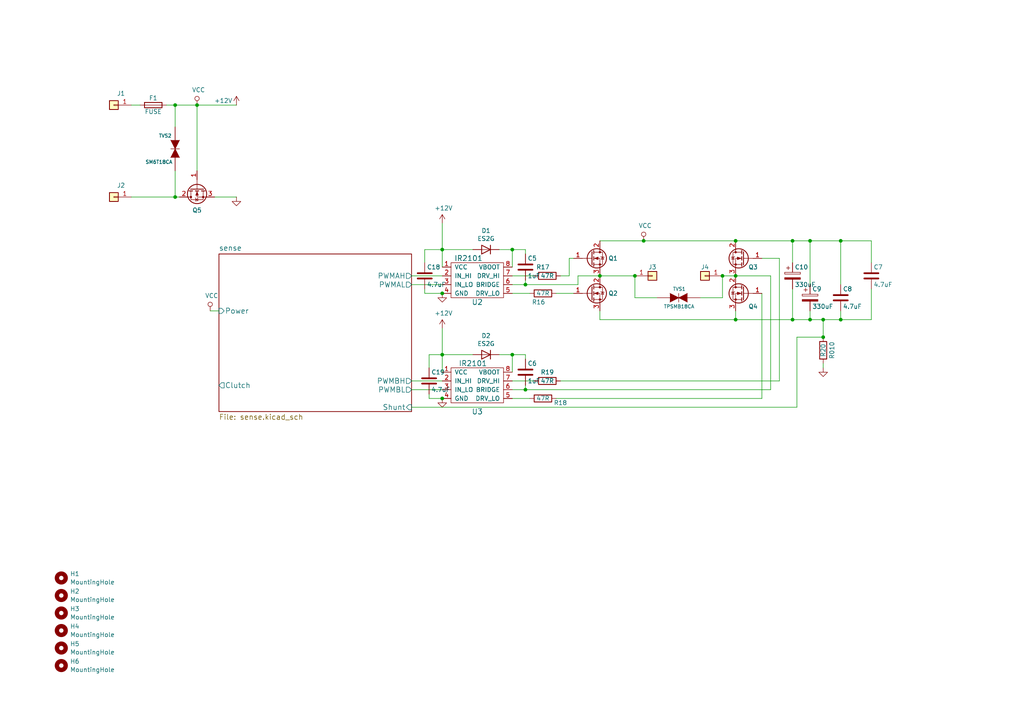
<source format=kicad_sch>
(kicad_sch (version 20231120) (generator "eeschema") (generator_version "8.0")
  (paper "A4")
  (title_block (date "29 nov 2017"))
  (lib_symbols
    (symbol "Connector_Generic:Conn_01x01" (pin_names (offset 1.016) hide)
      (property "Reference" "J" (at 0 2.54 0))
      (property "Value" "Conn_01x01" (at 0 -2.54 0))
      (symbol "Conn_01x01_1_1"
        (rectangle (start -1.27 0.127) (end 0 -0.127) (stroke (width 0.1524)))
        (rectangle (start -1.27 1.27) (end 1.27 -1.27) (stroke (width 0.254)) (fill (type background)))
        (pin passive line (at -5.08 0 0) (length 3.81) (name "Pin_1") (number "1"))
      )
    )
    (symbol "Device:C" (pin_numbers hide) (pin_names (offset 0.254))
      (property "Reference" "C" (at 0.635 2.54 0))
      (property "Value" "C" (at 0.635 -2.54 0))
      (symbol "C_0_1"
        (polyline (pts (xy -2.032 -0.762) (xy 2.032 -0.762)) (stroke (width 0.508)))
        (polyline (pts (xy -2.032 0.762) (xy 2.032 0.762)) (stroke (width 0.508)))
      )
      (symbol "C_1_1"
        (pin passive line (at 0 3.81 270) (length 2.794) (name "~") (number "1"))
        (pin passive line (at 0 -3.81 90) (length 2.794) (name "~") (number "2"))
      )
    )
    (symbol "Device:C_Polarized" (pin_numbers hide) (pin_names (offset 0.254))
      (property "Reference" "C" (at 0.635 2.54 0))
      (property "Value" "C_Polarized" (at 0.635 -2.54 0))
      (symbol "C_Polarized_0_1"
        (rectangle (start -2.286 0.508) (end 2.286 1.016))
        (polyline (pts (xy -1.778 2.286) (xy -0.762 2.286)))
        (polyline (pts (xy -1.27 2.794) (xy -1.27 1.778)))
        (rectangle (start 2.286 -0.508) (end -2.286 -1.016) (fill (type outline)))
      )
      (symbol "C_Polarized_1_1"
        (pin passive line (at 0 3.81 270) (length 2.794) (name "~") (number "1"))
        (pin passive line (at 0 -3.81 90) (length 2.794) (name "~") (number "2"))
      )
    )
    (symbol "Device:Fuse" (pin_numbers hide) (pin_names (offset 0))
      (property "Reference" "F" (at 2.032 0 90))
      (property "Value" "Fuse" (at -1.905 0 90))
      (symbol "Fuse_0_1"
        (rectangle (start -0.762 -2.54) (end 0.762 2.54) (stroke (width 0.254)))
        (polyline (pts (xy 0 2.54) (xy 0 -2.54)))
      )
      (symbol "Fuse_1_1"
        (pin passive line (at 0 3.81 270) (length 1.27) (name "~") (number "1"))
        (pin passive line (at 0 -3.81 90) (length 1.27) (name "~") (number "2"))
      )
    )
    (symbol "Device:Q_NMOS_GDS" (pin_names (offset 0) hide)
      (property "Reference" "Q" (at 5.08 1.27 0))
      (property "Value" "Q_NMOS_GDS" (at 5.08 -1.27 0))
      (symbol "Q_NMOS_GDS_0_1"
        (polyline (pts (xy 0.254 0) (xy -2.54 0)))
        (polyline (pts (xy 0.254 1.905) (xy 0.254 -1.905)) (stroke (width 0.254)))
        (polyline (pts (xy 0.762 -1.27) (xy 0.762 -2.286)) (stroke (width 0.254)))
        (polyline (pts (xy 0.762 0.508) (xy 0.762 -0.508)) (stroke (width 0.254)))
        (polyline (pts (xy 0.762 2.286) (xy 0.762 1.27)) (stroke (width 0.254)))
        (polyline (pts (xy 2.54 2.54) (xy 2.54 1.778)))
        (polyline (pts (xy 2.54 -2.54) (xy 2.54 0) (xy 0.762 0)))
        (polyline (pts (xy 0.762 -1.778) (xy 3.302 -1.778) (xy 3.302 1.778) (xy 0.762 1.778)))
        (polyline (pts (xy 1.016 0) (xy 2.032 0.381) (xy 2.032 -0.381) (xy 1.016 0)) (fill (type outline)))
        (polyline (pts (xy 2.794 0.508) (xy 2.921 0.381) (xy 3.683 0.381) (xy 3.81 0.254)))
        (polyline (pts (xy 3.302 0.381) (xy 2.921 -0.254) (xy 3.683 -0.254) (xy 3.302 0.381)))
        (circle (center 1.651 0) (radius 2.794) (stroke (width 0.254)))
        (circle (center 2.54 -1.778) (radius 0.254) (fill (type outline)))
        (circle (center 2.54 1.778) (radius 0.254) (fill (type outline)))
      )
      (symbol "Q_NMOS_GDS_1_1"
        (pin input line (at -5.08 0 0) (length 2.54) (name "G") (number "1"))
        (pin passive line (at 2.54 5.08 270) (length 2.54) (name "D") (number "2"))
        (pin passive line (at 2.54 -5.08 90) (length 2.54) (name "S") (number "3"))
      )
    )
    (symbol "Device:R" (pin_numbers hide) (pin_names (offset 0))
      (property "Reference" "R" (at 2.032 0 90))
      (property "Value" "R" (at 0 0 90))
      (symbol "R_0_1"
        (rectangle (start -1.016 -2.54) (end 1.016 2.54) (stroke (width 0.254)))
      )
      (symbol "R_1_1"
        (pin passive line (at 0 3.81 270) (length 1.27) (name "~") (number "1"))
        (pin passive line (at 0 -3.81 90) (length 1.27) (name "~") (number "2"))
      )
    )
    (symbol "Mechanical:MountingHole" (pin_names (offset 1.016)) (exclude_from_sim yes) (in_bom no)
      (property "Reference" "H" (at 0 5.08 0))
      (property "Value" "MountingHole" (at 0 3.175 0))
      (symbol "MountingHole_0_1"
        (circle (center 0 0) (radius 1.27) (stroke (width 1.27)))
      )
    )
    (symbol "power:+12V" (power) (pin_numbers hide) (pin_names (offset 0) hide)
      (property "Value" "+12V" (at 0 3.556 0))
      (symbol "+12V_0_1"
        (polyline (pts (xy -0.762 1.27) (xy 0 2.54)))
        (polyline (pts (xy 0 0) (xy 0 2.54)))
        (polyline (pts (xy 0 2.54) (xy 0.762 1.27)))
      )
      (symbol "+12V_1_1"
        (pin power_in line (at 0 0 90) (length 0) (name "~") (number "1"))
      )
    )
    (symbol "power:GND" (power) (pin_numbers hide) (pin_names (offset 0) hide)
      (property "Value" "GND" (at 0 -3.81 0))
      (symbol "GND_0_1"
        (polyline (pts (xy 0 0) (xy 0 -1.27) (xy 1.27 -1.27) (xy 0 -2.54) (xy -1.27 -1.27) (xy 0 -1.27)))
      )
      (symbol "GND_1_1"
        (pin power_in line (at 0 0 270) (length 0) (name "~") (number "1"))
      )
    )
    (symbol "pypilot_components:ES2G" (pin_numbers hide) (pin_names hide)
      (property "Reference" "D" (at 0 2.54 0))
      (property "Value" "ES2G" (at 0 -2.54 0))
      (symbol "ES2G_0_1"
        (polyline (pts (xy -1.27 1.27) (xy -1.27 -1.27)) (stroke (width 0.254)))
        (polyline (pts (xy 1.27 0) (xy -1.27 0)))
        (polyline (pts (xy 1.27 1.27) (xy 1.27 -1.27) (xy -1.27 0) (xy 1.27 1.27)) (stroke (width 0.254)))
      )
      (symbol "ES2G_1_1"
        (pin passive line (at -3.81 0 0) (length 2.54) (name "K") (number "1"))
        (pin passive line (at 3.81 0 180) (length 2.54) (name "A") (number "2"))
      )
    )
    (symbol "pypilot_components:TVS" (pin_numbers hide) (pin_names (offset 1.016) hide)
      (property "Reference" "TVS" (at 1.27 2.54 0))
      (property "Value" "TVS" (at 1.27 -2.54 0))
      (symbol "TVS_0_1"
        (polyline (pts (xy 0 1.27) (xy 0 -1.27)) (stroke (width 0.1524)))
        (polyline (pts (xy -2.54 1.27) (xy 0 0) (xy -2.54 -1.27)) (fill (type outline)))
        (polyline (pts (xy 2.54 -1.27) (xy 0 0) (xy 2.54 1.27)) (fill (type outline)))
      )
      (symbol "TVS_1_1"
        (pin passive line (at -6.35 0 0) (length 3.81) (name "A") (number "1"))
        (pin passive line (at 6.35 0 180) (length 3.81) (name "K") (number "2"))
      )
    )
    (symbol "pypilot_components:VCC" (power) (pin_names (offset 0))
      (property "Value" "VCC" (at 0 3.81 0))
      (symbol "VCC_0_1"
        (polyline (pts (xy 0 0) (xy 0 1.27)))
        (circle (center 0 1.905) (radius 0.635))
      )
      (symbol "VCC_1_1"
        (pin power_in line (at 0 0 90) (length 0) hide (name "VCC") (number "1"))
      )
    )
    (symbol "pypilot_components:ncp5106b" (pin_names (offset 1.016))
      (property "Reference" "U" (at 6.35 -1.27 0))
      (property "Value" "ncp5106b" (at -3.81 -1.27 0))
      (symbol "ncp5106b_0_1"
        (polyline (pts (xy -7.62 -12.7) (xy -7.62 -2.54) (xy 7.62 -2.54) (xy 7.62 -12.7) (xy -7.62 -12.7)))
      )
      (symbol "ncp5106b_1_1"
        (pin power_in line (at -10.16 -3.81 0) (length 2.54) (name "VCC") (number "1"))
        (pin input line (at -10.16 -6.35 0) (length 2.54) (name "IN_HI") (number "2"))
        (pin input line (at -10.16 -8.89 0) (length 2.54) (name "IN_LO") (number "3"))
        (pin input line (at -10.16 -11.43 0) (length 2.54) (name "GND") (number "4"))
        (pin output line (at 10.16 -11.43 180) (length 2.54) (name "DRV_LO") (number "5"))
        (pin input line (at 10.16 -8.89 180) (length 2.54) (name "BRIDGE") (number "6"))
        (pin output line (at 10.16 -6.35 180) (length 2.54) (name "DRV_HI") (number "7"))
        (pin input line (at 10.16 -3.81 180) (length 2.54) (name "VBOOT") (number "8"))
      )
    )
  )
  (junction (at 57.15 30.48))
  (junction (at 243.84 92.71))
  (junction (at 128.27 72.39))
  (junction (at 128.27 115.57))
  (junction (at 238.76 97.79))
  (junction (at 50.8 30.48))
  (junction (at 229.87 69.85))
  (junction (at 128.27 102.87))
  (junction (at 152.4 113.03))
  (junction (at 186.69 69.85))
  (junction (at 243.84 69.85))
  (junction (at 184.15 80.01))
  (junction (at 50.8 57.15))
  (junction (at 128.27 85.09))
  (junction (at 234.95 69.85))
  (junction (at 148.59 72.39))
  (junction (at 234.95 92.71))
  (junction (at 173.99 80.01))
  (junction (at 238.76 92.71))
  (junction (at 229.87 92.71))
  (junction (at 148.59 102.87))
  (junction (at 152.4 82.55))
  (junction (at 213.36 80.01))
  (junction (at 209.55 80.01))
  (junction (at 213.36 69.85))
  (junction (at 213.36 92.71))
  (wire (pts (xy 119.38 82.55) (xy 128.27 82.55)))
  (wire (pts (xy 124.46 102.87) (xy 124.46 106.68)))
  (wire (pts (xy 173.99 80.01) (xy 184.15 80.01)))
  (wire (pts (xy 213.36 90.17) (xy 213.36 92.71)))
  (wire (pts (xy 167.64 80.01) (xy 167.64 82.55)))
  (wire (pts (xy 144.78 102.87) (xy 148.59 102.87)))
  (wire (pts (xy 148.59 115.57) (xy 153.67 115.57)))
  (wire (pts (xy 119.38 80.01) (xy 128.27 80.01)))
  (wire (pts (xy 123.19 83.82) (xy 123.19 85.09)))
  (wire (pts (xy 50.8 30.48) (xy 57.15 30.48)))
  (wire (pts (xy 223.52 80.01) (xy 213.36 80.01)))
  (wire (pts (xy 152.4 72.39) (xy 148.59 72.39)))
  (wire (pts (xy 238.76 92.71) (xy 238.76 97.79)))
  (wire (pts (xy 223.52 80.01) (xy 223.52 113.03)))
  (wire (pts (xy 252.73 83.82) (xy 252.73 92.71)))
  (wire (pts (xy 148.59 110.49) (xy 154.94 110.49)))
  (wire (pts (xy 213.36 80.01) (xy 209.55 80.01)))
  (wire (pts (xy 152.4 113.03) (xy 223.52 113.03)))
  (wire (pts (xy 124.46 115.57) (xy 128.27 115.57)))
  (wire (pts (xy 234.95 69.85) (xy 234.95 82.55)))
  (wire (pts (xy 124.46 102.87) (xy 128.27 102.87)))
  (wire (pts (xy 152.4 82.55) (xy 167.64 82.55)))
  (wire (pts (xy 252.73 69.85) (xy 252.73 76.2)))
  (wire (pts (xy 231.14 118.11) (xy 231.14 97.79)))
  (wire (pts (xy 137.16 102.87) (xy 128.27 102.87)))
  (wire (pts (xy 148.59 80.01) (xy 154.94 80.01)))
  (wire (pts (xy 238.76 105.41) (xy 238.76 106.68)))
  (wire (pts (xy 234.95 90.17) (xy 234.95 92.71)))
  (wire (pts (xy 220.98 85.09) (xy 220.98 115.57)))
  (wire (pts (xy 161.29 115.57) (xy 220.98 115.57)))
  (wire (pts (xy 231.14 97.79) (xy 238.76 97.79)))
  (wire (pts (xy 243.84 90.17) (xy 243.84 92.71)))
  (wire (pts (xy 128.27 95.25) (xy 128.27 102.87)))
  (wire (pts (xy 38.1 30.48) (xy 40.64 30.48)))
  (wire (pts (xy 152.4 81.28) (xy 152.4 82.55)))
  (wire (pts (xy 60.96 90.17) (xy 63.5 90.17)))
  (wire (pts (xy 226.06 110.49) (xy 226.06 74.93)))
  (wire (pts (xy 148.59 85.09) (xy 153.67 85.09)))
  (wire (pts (xy 162.56 80.01) (xy 165.1 80.01)))
  (wire (pts (xy 213.36 92.71) (xy 229.87 92.71)))
  (wire (pts (xy 148.59 102.87) (xy 152.4 102.87)))
  (wire (pts (xy 148.59 113.03) (xy 152.4 113.03)))
  (wire (pts (xy 243.84 69.85) (xy 252.73 69.85)))
  (wire (pts (xy 229.87 83.82) (xy 229.87 92.71)))
  (wire (pts (xy 148.59 77.47) (xy 148.59 72.39)))
  (wire (pts (xy 152.4 102.87) (xy 152.4 104.14)))
  (wire (pts (xy 119.38 118.11) (xy 231.14 118.11)))
  (wire (pts (xy 165.1 80.01) (xy 165.1 74.93)))
  (wire (pts (xy 119.38 110.49) (xy 128.27 110.49)))
  (wire (pts (xy 229.87 69.85) (xy 229.87 76.2)))
  (wire (pts (xy 144.78 72.39) (xy 148.59 72.39)))
  (wire (pts (xy 184.15 86.36) (xy 184.15 80.01)))
  (wire (pts (xy 128.27 72.39) (xy 128.27 77.47)))
  (wire (pts (xy 209.55 86.36) (xy 203.2 86.36)))
  (wire (pts (xy 123.19 72.39) (xy 123.19 76.2)))
  (wire (pts (xy 165.1 74.93) (xy 166.37 74.93)))
  (wire (pts (xy 57.15 30.48) (xy 57.15 49.53)))
  (wire (pts (xy 190.5 86.36) (xy 184.15 86.36)))
  (wire (pts (xy 226.06 74.93) (xy 220.98 74.93)))
  (wire (pts (xy 167.64 80.01) (xy 173.99 80.01)))
  (wire (pts (xy 234.95 69.85) (xy 243.84 69.85)))
  (wire (pts (xy 50.8 57.15) (xy 50.8 49.53)))
  (wire (pts (xy 209.55 80.01) (xy 209.55 86.36)))
  (wire (pts (xy 128.27 64.77) (xy 128.27 72.39)))
  (wire (pts (xy 128.27 102.87) (xy 128.27 107.95)))
  (wire (pts (xy 38.1 57.15) (xy 50.8 57.15)))
  (wire (pts (xy 152.4 72.39) (xy 152.4 73.66)))
  (wire (pts (xy 148.59 82.55) (xy 152.4 82.55)))
  (wire (pts (xy 152.4 111.76) (xy 152.4 113.03)))
  (wire (pts (xy 162.56 110.49) (xy 226.06 110.49)))
  (wire (pts (xy 173.99 92.71) (xy 213.36 92.71)))
  (wire (pts (xy 243.84 69.85) (xy 243.84 82.55)))
  (wire (pts (xy 124.46 114.3) (xy 124.46 115.57)))
  (wire (pts (xy 62.23 57.15) (xy 68.58 57.15)))
  (wire (pts (xy 238.76 92.71) (xy 243.84 92.71)))
  (wire (pts (xy 229.87 69.85) (xy 234.95 69.85)))
  (wire (pts (xy 229.87 92.71) (xy 234.95 92.71)))
  (wire (pts (xy 137.16 72.39) (xy 128.27 72.39)))
  (wire (pts (xy 186.69 69.85) (xy 213.36 69.85)))
  (wire (pts (xy 243.84 92.71) (xy 252.73 92.71)))
  (wire (pts (xy 173.99 90.17) (xy 173.99 92.71)))
  (wire (pts (xy 57.15 30.48) (xy 68.58 30.48)))
  (wire (pts (xy 173.99 69.85) (xy 186.69 69.85)))
  (wire (pts (xy 52.07 57.15) (xy 50.8 57.15)))
  (wire (pts (xy 123.19 72.39) (xy 128.27 72.39)))
  (wire (pts (xy 48.26 30.48) (xy 50.8 30.48)))
  (wire (pts (xy 234.95 92.71) (xy 238.76 92.71)))
  (wire (pts (xy 148.59 107.95) (xy 148.59 102.87)))
  (wire (pts (xy 161.29 85.09) (xy 166.37 85.09)))
  (wire (pts (xy 128.27 113.03) (xy 119.38 113.03)))
  (wire (pts (xy 128.27 85.09) (xy 123.19 85.09)))
  (wire (pts (xy 213.36 69.85) (xy 229.87 69.85)))
  (wire (pts (xy 50.8 36.83) (xy 50.8 30.48)))
  (symbol (lib_id "Device:R") (at 238.76 101.6 0) (mirror y) (unit 1)
    (property "Reference" "R20" (at 238.76 101.6 90))
    (property "Value" "R010" (at 241.3 101.6 90))
    (property "Footprint" "Resistor_THT:R_Axial_DIN0207_L6.3mm_D2.5mm_P15.24mm_Horizontal" (effects (hide yes)))
    (property "Description" "Resistor" (effects (hide yes)))
  )
  (symbol (lib_id "Device:Q_NMOS_GDS") (at 215.9 85.09 0) (mirror y) (unit 1)
    (property "Reference" "Q4" (at 218.44 88.9 0))
    (property "Value" "Q_NMOS_GDS" (effects (hide yes)))
    (property "Footprint" "Package_TO_SOT_SMD:TO-252-2" (effects (hide yes)))
    (property "Description" "N-MOSFET transistor, gate/drain/source" (effects (hide yes)))
    (property "LCSC" "C97244" (effects (hide yes)))
  )
  (symbol (lib_id "pypilot_components:ncp5106b") (at 138.43 73.66 0) (unit 1)
    (property "Reference" "U2" (at 138.43 87.63 0) (effects (font (size 1.524 1.524))))
    (property "Value" "IR2101" (at 135.89 74.93 0) (effects (font (size 1.524 1.524))))
    (property "Footprint" "Package_SO:SOIC-8_3.9x4.9mm_P1.27mm" (effects (hide yes)))
    (property "LCSC" "C2956" (effects (hide yes)))
  )
  (symbol (lib_id "pypilot_components:ncp5106b") (at 138.43 104.14 0) (unit 1)
    (property "Reference" "U3" (at 138.43 119.38 0) (effects (font (size 1.524 1.524))))
    (property "Value" "IR2101" (at 137.16 105.41 0) (effects (font (size 1.524 1.524))))
    (property "Footprint" "Package_SO:SOIC-8_3.9x4.9mm_P1.27mm" (effects (hide yes)))
    (property "LCSC" "C2956" (effects (hide yes)))
  )
  (symbol (lib_id "power:GND") (at 128.27 115.57 0) (unit 1)
    (property "Reference" "#PWR019" (effects (hide yes)))
    (property "Value" "GND" (effects (hide yes)))
    (property "Description" "Power symbol creates a global label with name \"GND\" , ground" (effects (hide yes)))
  )
  (symbol (lib_id "power:GND") (at 128.27 85.09 0) (unit 1)
    (property "Reference" "#PWR017" (effects (hide yes)))
    (property "Value" "GND" (effects (hide yes)))
    (property "Description" "Power symbol creates a global label with name \"GND\" , ground" (effects (hide yes)))
  )
  (symbol (lib_id "Device:Q_NMOS_GDS") (at 215.9 74.93 0) (mirror y) (unit 1)
    (property "Reference" "Q3" (at 218.44 77.47 0))
    (property "Value" "Q_NMOS_GDS" (effects (hide yes)))
    (property "Footprint" "Package_TO_SOT_SMD:TO-252-2" (effects (hide yes)))
    (property "Description" "N-MOSFET transistor, gate/drain/source" (effects (hide yes)))
    (property "LCSC" "C97244" (effects (hide yes)))
  )
  (symbol (lib_id "Device:Q_NMOS_GDS") (at 171.45 74.93 0) (unit 1)
    (property "Reference" "Q1" (at 177.8254 74.93 0))
    (property "Value" "Q_NMOS_GDS" (effects (hide yes)))
    (property "Footprint" "Package_TO_SOT_SMD:TO-252-2" (effects (hide yes)))
    (property "Description" "N-MOSFET transistor, gate/drain/source" (effects (hide yes)))
    (property "LCSC" "C97244" (effects (hide yes)))
  )
  (symbol (lib_id "Device:Q_NMOS_GDS") (at 171.45 85.09 0) (unit 1)
    (property "Reference" "Q2" (at 177.8254 85.09 0))
    (property "Value" "Q_NMOS_GDS" (effects (hide yes)))
    (property "Footprint" "Package_TO_SOT_SMD:TO-252-2" (effects (hide yes)))
    (property "Description" "N-MOSFET transistor, gate/drain/source" (effects (hide yes)))
    (property "LCSC" "C97244" (effects (hide yes)))
  )
  (symbol (lib_id "power:GND") (at 238.76 106.68 0) (unit 1)
    (property "Reference" "#PWR023" (effects (hide yes)))
    (property "Value" "GND" (effects (hide yes)))
    (property "Description" "Power symbol creates a global label with name \"GND\" , ground" (effects (hide yes)))
  )
  (symbol (lib_id "Device:C") (at 152.4 107.95 0) (unit 1)
    (property "Reference" "C6" (at 153.035 105.41 0) (effects (justify left)))
    (property "Value" "1uF" (at 153.035 110.49 0) (effects (justify left)))
    (property "Footprint" "Capacitor_SMD:C_0805_2012Metric" (effects (hide yes)))
    (property "Description" "Unpolarized capacitor" (effects (hide yes)))
    (property "LCSC" "C28323" (effects (hide yes)))
  )
  (symbol (lib_id "Device:C") (at 152.4 77.47 0) (unit 1)
    (property "Reference" "C5" (at 153.035 74.93 0) (effects (justify left)))
    (property "Value" "1uF" (at 153.035 80.01 0) (effects (justify left)))
    (property "Footprint" "Capacitor_SMD:C_0805_2012Metric" (effects (hide yes)))
    (property "Description" "Unpolarized capacitor" (effects (hide yes)))
    (property "LCSC" "C28323" (effects (hide yes)))
  )
  (symbol (lib_id "Device:R") (at 157.48 85.09 270) (unit 1)
    (property "Reference" "R16" (at 156.21 87.63 90))
    (property "Value" "47R" (at 157.48 85.09 90))
    (property "Footprint" "Resistor_SMD:R_0805_2012Metric" (effects (hide yes)))
    (property "Description" "Resistor" (effects (hide yes)))
    (property "LCSC" "C17714" (effects (hide yes)))
  )
  (symbol (lib_id "Device:R") (at 158.75 80.01 270) (unit 1)
    (property "Reference" "R17" (at 157.48 77.47 90))
    (property "Value" "47R" (at 158.75 80.01 90))
    (property "Footprint" "Resistor_SMD:R_0805_2012Metric" (effects (hide yes)))
    (property "Description" "Resistor" (effects (hide yes)))
    (property "LCSC" "C17714" (effects (hide yes)))
  )
  (symbol (lib_id "Device:R") (at 158.75 110.49 270) (unit 1)
    (property "Reference" "R19" (at 158.75 107.95 90))
    (property "Value" "47R" (at 158.75 110.49 90))
    (property "Footprint" "Resistor_SMD:R_0805_2012Metric" (effects (hide yes)))
    (property "Description" "Resistor" (effects (hide yes)))
    (property "LCSC" "C17714" (effects (hide yes)))
  )
  (symbol (lib_id "Device:R") (at 157.48 115.57 270) (unit 1)
    (property "Reference" "R18" (at 162.56 116.84 90))
    (property "Value" "47R" (at 157.48 115.57 90))
    (property "Footprint" "Resistor_SMD:R_0805_2012Metric" (effects (hide yes)))
    (property "Description" "Resistor" (effects (hide yes)))
    (property "LCSC" "C17714" (effects (hide yes)))
  )
  (symbol (lib_id "pypilot_components:TVS") (at 196.85 86.36 180) (unit 1)
    (property "Reference" "TVS1" (at 198.882 83.82 0) (effects (font (size 1.016 1.016)) (justify left)))
    (property "Value" "TPSMB18CA" (at 201.422 88.9 0) (effects (font (size 1.016 1.016)) (justify left)))
    (property "Footprint" "pypilot_controller_footprints:D_SMB_TVS" (effects (hide yes)))
    (property "Datasheet" "C468907" (effects (hide yes)))
    (property "LCSC" "C83327" (effects (hide yes)))
  )
  (symbol (lib_id "Device:C") (at 252.73 80.01 0) (unit 1)
    (property "Reference" "C7" (at 253.365 77.47 0) (effects (justify left)))
    (property "Value" "4.7uF" (at 253.365 82.55 0) (effects (justify left)))
    (property "Footprint" "Capacitor_SMD:C_1206_3216Metric" (effects (hide yes)))
    (property "Description" "Unpolarized capacitor" (effects (hide yes)))
    (property "LCSC" "C29823" (effects (hide yes)))
  )
  (symbol (lib_id "pypilot_components:VCC") (at 57.15 30.48 0) (unit 1)
    (property "Reference" "#PWR021" (effects (hide yes)))
    (property "Value" "VCC" (at 57.5818 26.0858 0))
  )
  (symbol (lib_id "power:GND") (at 68.58 57.15 0) (unit 1)
    (property "Reference" "#PWR02" (effects (hide yes)))
    (property "Value" "GND" (effects (hide yes)))
    (property "Description" "Power symbol creates a global label with name \"GND\" , ground" (effects (hide yes)))
  )
  (symbol (lib_id "Device:Q_NMOS_GDS") (at 57.15 54.61 90) (mirror x) (unit 1)
    (property "Reference" "Q5" (at 57.15 60.9854 90))
    (property "Value" "Q_NMOS_GDS" (effects (hide yes)))
    (property "Footprint" "Package_TO_SOT_SMD:TO-252-2" (effects (hide yes)))
    (property "Description" "N-MOSFET transistor, gate/drain/source" (effects (hide yes)))
    (property "LCSC" "C97244" (effects (hide yes)))
  )
  (symbol (lib_id "Device:C_Polarized") (at 229.87 80.01 0) (unit 1)
    (property "Reference" "C10" (at 230.505 77.47 0) (effects (justify left)))
    (property "Value" "330uF" (at 230.505 82.55 0) (effects (justify left)))
    (property "Footprint" "Capacitor_THT:CP_Radial_D10.0mm_P5.00mm" (effects (hide yes)))
    (property "Description" "Polarized capacitor" (effects (hide yes)))
    (property "LCSC" "C357629" (effects (hide yes)))
  )
  (symbol (lib_id "pypilot_components:VCC") (at 186.69 69.85 0) (unit 1)
    (property "Reference" "#PWR022" (effects (hide yes)))
    (property "Value" "VCC" (at 187.1218 65.4558 0))
  )
  (symbol (lib_id "Device:C_Polarized") (at 234.95 86.36 0) (unit 1)
    (property "Reference" "C9" (at 235.585 83.82 0) (effects (justify left)))
    (property "Value" "330uF" (at 235.585 88.9 0) (effects (justify left)))
    (property "Footprint" "Capacitor_THT:CP_Radial_D10.0mm_P5.00mm" (effects (hide yes)))
    (property "Description" "Polarized capacitor" (effects (hide yes)))
    (property "LCSC" "C357629" (effects (hide yes)))
  )
  (symbol (lib_id "pypilot_components:TVS") (at 50.8 43.18 90) (unit 1)
    (property "Reference" "TVS2" (at 49.784 39.37 90) (effects (font (size 1.016 1.016)) (justify left)))
    (property "Value" "SM6T18CA" (at 50.038 46.99 90) (effects (font (size 1.016 1.016)) (justify left)))
    (property "Footprint" "pypilot_controller_footprints:D_SMB_TVS" (effects (hide yes)))
    (property "Datasheet" "C283478" (effects (hide yes)))
    (property "LCSC" "C83327" (effects (hide yes)))
  )
  (symbol (lib_id "pypilot_components:ES2G") (at 140.97 72.39 180) (unit 1)
    (property "Reference" "D1" (at 140.97 66.9036 0))
    (property "Value" "ES2G" (at 140.97 69.215 0))
    (property "Footprint" "Diode_SMD:D_SMA" (effects (hide yes)))
    (property "Datasheet" "https://www.lcsc.com/datasheet/lcsc_datasheet_2408051407_GOODWORK-ES2G_C2848675.pdf" (effects (hide yes)))
    (property "Description" "400V 2A 1.25V@6A fast recovery / high efficiency diode, SMA(DO-214AC)" (effects (hide yes)))
    (property "LCSC" "C2848675" (effects (hide yes)))
    (property "Sim.Device" "D" (effects (hide yes)))
    (property "Sim.Pins" "1=K 2=A" (effects (hide yes)))
  )
  (symbol (lib_id "pypilot_components:ES2G") (at 140.97 102.87 180) (unit 1)
    (property "Reference" "D2" (at 140.97 97.3836 0))
    (property "Value" "ES2G" (at 140.97 99.695 0))
    (property "Footprint" "Diode_SMD:D_SMA" (effects (hide yes)))
    (property "Datasheet" "https://www.lcsc.com/datasheet/lcsc_datasheet_2408051407_GOODWORK-ES2G_C2848675.pdf" (effects (hide yes)))
    (property "Description" "400V 2A 1.25V@6A fast recovery / high efficiency diode, SMA(DO-214AC)" (effects (hide yes)))
    (property "LCSC" "C2848675" (effects (hide yes)))
    (property "Sim.Device" "D" (effects (hide yes)))
    (property "Sim.Pins" "1=K 2=A" (effects (hide yes)))
  )
  (symbol (lib_id "power:+12V") (at 128.27 95.25 0) (unit 1)
    (property "Reference" "#PWR027" (effects (hide yes)))
    (property "Value" "+12V" (at 128.651 90.8558 0))
    (property "Description" "Power symbol creates a global label with name \"+12V\"" (effects (hide yes)))
  )
  (symbol (lib_id "power:+12V") (at 128.27 64.77 0) (unit 1)
    (property "Reference" "#PWR026" (effects (hide yes)))
    (property "Value" "+12V" (at 128.651 60.3758 0))
    (property "Description" "Power symbol creates a global label with name \"+12V\"" (effects (hide yes)))
  )
  (symbol (lib_id "power:+12V") (at 68.58 30.48 0) (unit 1)
    (property "Reference" "#PWR018" (effects (hide yes)))
    (property "Value" "+12V" (at 64.77 29.21 0))
    (property "Description" "Power symbol creates a global label with name \"+12V\"" (effects (hide yes)))
  )
  (symbol (lib_id "Device:C") (at 243.84 86.36 0) (unit 1)
    (property "Reference" "C8" (at 244.475 83.82 0) (effects (justify left)))
    (property "Value" "4.7uF" (at 244.475 88.9 0) (effects (justify left)))
    (property "Footprint" "Capacitor_SMD:C_1206_3216Metric" (effects (hide yes)))
    (property "Description" "Unpolarized capacitor" (effects (hide yes)))
    (property "LCSC" "C29823" (effects (hide yes)))
  )
  (symbol (lib_id "Device:Fuse") (at 44.45 30.48 90) (unit 1)
    (property "Reference" "F1" (at 44.45 28.448 90))
    (property "Value" "FUSE" (at 44.45 32.385 90))
    (property "Footprint" "pypilot_controller_footprints:BladeFuse-CarType" (effects (hide yes)))
    (property "Description" "Fuse" (effects (hide yes)))
    (property "LCSC" "C2935871" (effects (hide yes)))
  )
  (symbol (lib_id "pypilot_components:VCC") (at 60.96 90.17 0) (unit 1)
    (property "Reference" "#PWR0125" (effects (hide yes)))
    (property "Value" "VCC" (at 61.3918 85.7758 0))
  )
  (symbol (lib_id "Connector_Generic:Conn_01x01") (at 33.02 57.15 180) (unit 1)
    (property "Reference" "J2" (at 35.1028 53.7718 0))
    (property "Value" "power-" (effects (hide yes)))
    (property "Footprint" "pypilot_controller_footprints:screw_terminal" (effects (hide yes)))
    (property "Description" "Generic connector, single row, 01x01, script generated (kicad-library-utils/schlib/autogen/connector/)" (effects (hide yes)))
    (property "LCSC" "C238164" (effects (hide yes)))
  )
  (symbol (lib_id "Connector_Generic:Conn_01x01") (at 33.02 30.48 180) (unit 1)
    (property "Reference" "J1" (at 35.1028 27.1018 0))
    (property "Value" "power+" (effects (hide yes)))
    (property "Footprint" "pypilot_controller_footprints:screw_terminal" (effects (hide yes)))
    (property "Description" "Generic connector, single row, 01x01, script generated (kicad-library-utils/schlib/autogen/connector/)" (effects (hide yes)))
    (property "LCSC" "C238164" (effects (hide yes)))
  )
  (symbol (lib_id "Connector_Generic:Conn_01x01") (at 189.23 80.01 0) (unit 1)
    (property "Reference" "J3" (at 189.23 77.47 0))
    (property "Value" "power+" (effects (hide yes)))
    (property "Footprint" "pypilot_controller_footprints:screw_terminal" (effects (hide yes)))
    (property "Description" "Generic connector, single row, 01x01, script generated (kicad-library-utils/schlib/autogen/connector/)" (effects (hide yes)))
    (property "LCSC" "C238164" (effects (hide yes)))
  )
  (symbol (lib_id "Connector_Generic:Conn_01x01") (at 204.47 80.01 180) (unit 1)
    (property "Reference" "J4" (at 204.47 77.47 0))
    (property "Value" "power+" (effects (hide yes)))
    (property "Footprint" "pypilot_controller_footprints:screw_terminal" (effects (hide yes)))
    (property "Description" "Generic connector, single row, 01x01, script generated (kicad-library-utils/schlib/autogen/connector/)" (effects (hide yes)))
    (property "LCSC" "C238164" (effects (hide yes)))
  )
  (symbol (lib_id "Device:C") (at 123.19 80.01 0) (unit 1)
    (property "Reference" "C18" (at 123.825 77.47 0) (effects (justify left)))
    (property "Value" "4.7uF" (at 123.825 82.55 0) (effects (justify left)))
    (property "Footprint" "Capacitor_SMD:C_1206_3216Metric" (effects (hide yes)))
    (property "Description" "Unpolarized capacitor" (effects (hide yes)))
    (property "LCSC" "C29823" (effects (hide yes)))
  )
  (symbol (lib_id "Device:C") (at 124.46 110.49 0) (unit 1)
    (property "Reference" "C19" (at 125.095 107.95 0) (effects (justify left)))
    (property "Value" "4.7uF" (at 125.095 113.03 0) (effects (justify left)))
    (property "Footprint" "Capacitor_SMD:C_1206_3216Metric" (effects (hide yes)))
    (property "Description" "Unpolarized capacitor" (effects (hide yes)))
    (property "LCSC" "C29823" (effects (hide yes)))
  )
  (symbol (lib_id "Mechanical:MountingHole") (at 17.78 187.96 0) (unit 1) (exclude_from_sim yes) (in_bom no)
    (property "Reference" "H5" (at 20.32 186.7478 0) (effects (justify left)))
    (property "Value" "MountingHole" (at 20.32 189.1721 0) (effects (justify left)))
    (property "Footprint" "MountingHole:MountingHole_2.5mm" (effects (hide yes)))
    (property "Description" "Mounting Hole without connection" (effects (hide yes)))
  )
  (symbol (lib_id "Mechanical:MountingHole") (at 17.78 193.04 0) (unit 1) (exclude_from_sim yes) (in_bom no)
    (property "Reference" "H6" (at 20.32 191.8278 0) (effects (justify left)))
    (property "Value" "MountingHole" (at 20.32 194.2521 0) (effects (justify left)))
    (property "Footprint" "MountingHole:MountingHole_2.5mm" (effects (hide yes)))
    (property "Description" "Mounting Hole without connection" (effects (hide yes)))
  )
  (symbol (lib_id "Mechanical:MountingHole") (at 17.78 182.88 0) (unit 1) (exclude_from_sim yes) (in_bom no)
    (property "Reference" "H4" (at 20.32 181.6678 0) (effects (justify left)))
    (property "Value" "MountingHole" (at 20.32 184.0921 0) (effects (justify left)))
    (property "Footprint" "MountingHole:MountingHole_3.2mm_M3" (effects (hide yes)))
    (property "Description" "Mounting Hole without connection" (effects (hide yes)))
  )
  (symbol (lib_id "Mechanical:MountingHole") (at 17.78 172.72 0) (unit 1) (exclude_from_sim yes) (in_bom no)
    (property "Reference" "H2" (at 20.32 171.5078 0) (effects (justify left)))
    (property "Value" "MountingHole" (at 20.32 173.9321 0) (effects (justify left)))
    (property "Footprint" "MountingHole:MountingHole_3.2mm_M3" (effects (hide yes)))
    (property "Description" "Mounting Hole without connection" (effects (hide yes)))
  )
  (symbol (lib_id "Mechanical:MountingHole") (at 17.78 177.8 0) (unit 1) (exclude_from_sim yes) (in_bom no)
    (property "Reference" "H3" (at 20.32 176.5878 0) (effects (justify left)))
    (property "Value" "MountingHole" (at 20.32 179.0121 0) (effects (justify left)))
    (property "Footprint" "MountingHole:MountingHole_3.2mm_M3" (effects (hide yes)))
    (property "Description" "Mounting Hole without connection" (effects (hide yes)))
  )
  (symbol (lib_id "Mechanical:MountingHole") (at 17.78 167.64 0) (unit 1) (exclude_from_sim yes) (in_bom no)
    (property "Reference" "H1" (at 20.32 166.4278 0) (effects (justify left)))
    (property "Value" "MountingHole" (at 20.32 168.8521 0) (effects (justify left)))
    (property "Footprint" "MountingHole:MountingHole_3.2mm_M3" (effects (hide yes)))
    (property "Description" "Mounting Hole without connection" (effects (hide yes)))
  )
  (sheet (at 63.5 73.66) (size 55.88 45.72)
    (property "Sheetname" "sense" (at 63.5 72.8214 0) (effects (font (size 1.524 1.524)) (justify left bottom)))
    (property "Sheetfile" "sense.kicad_sch" (at 63.5 120.0662 0) (effects (font (size 1.524 1.524)) (justify left top)))
    (pin "Shunt" input (at 119.38 118.11 0) (effects (font (size 1.524 1.524))))
    (pin "Power" input (at 63.5 90.17 180) (effects (font (size 1.524 1.524))))
    (pin "PWMAH" output (at 119.38 80.01 0) (effects (font (size 1.524 1.524))))
    (pin "PWMBL" output (at 119.38 113.03 0) (effects (font (size 1.524 1.524))))
    (pin "PWMAL" output (at 119.38 82.55 0) (effects (font (size 1.524 1.524))))
    (pin "PWMBH" output (at 119.38 110.49 0) (effects (font (size 1.524 1.524))))
    (pin "Clutch" output (at 63.5 111.76 180) (effects (font (size 1.524 1.524))))
  )
)
</source>
